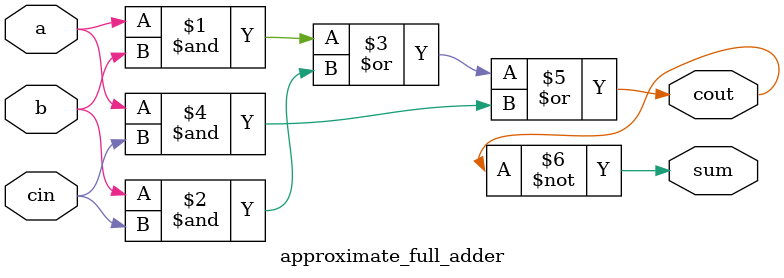
<source format=v>
`timescale 1ns / 1ps

module approximate_full_adder (
    input  wire a,
    input  wire b,
    input  wire cin,
    output wire sum,
    output wire cout
);

assign cout  = (a & b) | (b & cin) | (a & cin);
assign sum = ~cout;      // simplified carry

endmodule


</source>
